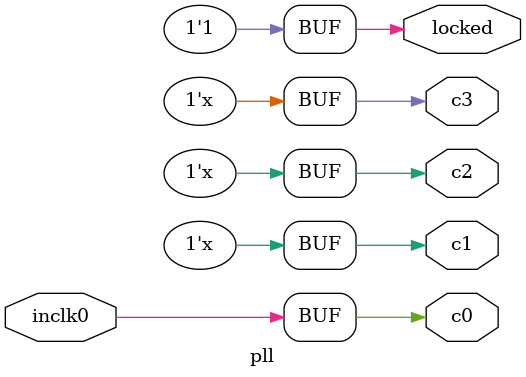
<source format=v>


`timescale 1ns / 1ps

`define PERIOD0 4.5
`define PERIOD1 270
`define PERIOD2 33.75
`define PERIOD3 20

module pll (
	inclk0,
	c0,
	c1,
	c2,
	c3,
	locked);

	input  inclk0;
	output  c0;
	output	 reg  c1;
	output	 reg  c2;
	output	 reg  c3;
	output	 locked;
	
	
initial 
begin
	c1 = 1'b0;
	c2 = 1'b0;
	c3 = 1'b0;
end
	
//always #`PERIOD0 c0 = ~c0;
always #`PERIOD1 c1 = ~c1;
always #`PERIOD2 c2 = ~c2;
always #`PERIOD3 c3 = ~c3;

assign c0  = inclk0;
assign locked = 1'b1;
	
	
endmodule
</source>
